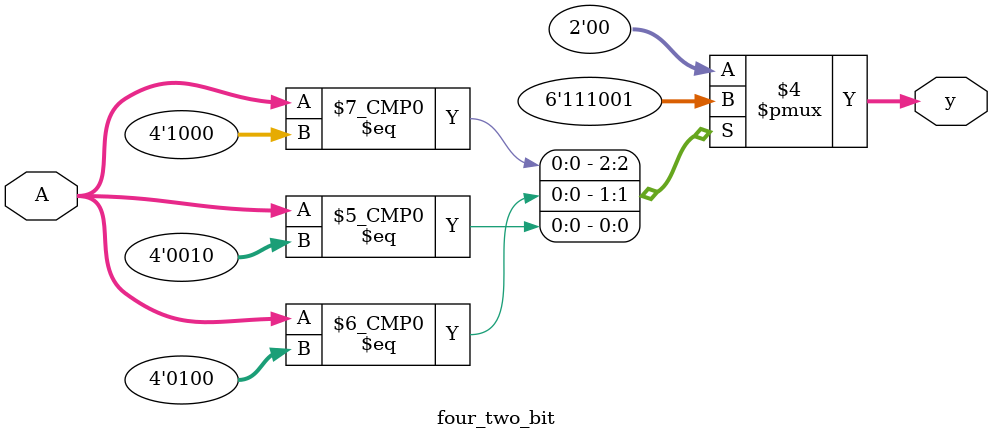
<source format=v>
`timescale 1ns / 1ps


module four_two_bit(A,y);
  input [3:0]A;
  output reg [1:0]y;
  
  always@(*)begin
    case(A)
      4'b1000 : y = 2'b11;
      4'b0100 : y = 2'b10;
      4'b0010 : y = 2'b01;
      4'b0001 : y = 2'b00;
      default : y = 2'b00;
    endcase
  end
  
endmodule

</source>
